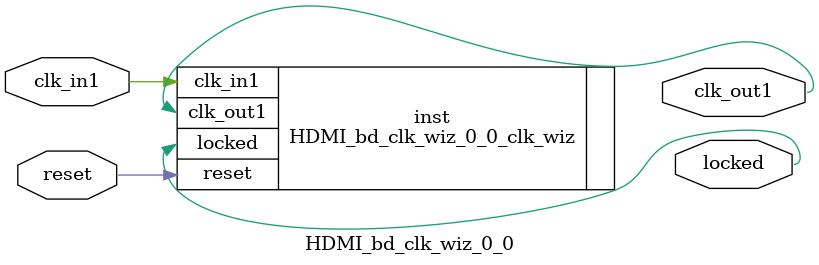
<source format=v>


`timescale 1ps/1ps

(* CORE_GENERATION_INFO = "HDMI_bd_clk_wiz_0_0,clk_wiz_v6_0_10_0_0,{component_name=HDMI_bd_clk_wiz_0_0,use_phase_alignment=true,use_min_o_jitter=false,use_max_i_jitter=false,use_dyn_phase_shift=false,use_inclk_switchover=false,use_dyn_reconfig=false,enable_axi=0,feedback_source=FDBK_AUTO,PRIMITIVE=PLL,num_out_clk=1,clkin1_period=8.000,clkin2_period=10.0,use_power_down=false,use_reset=true,use_locked=true,use_inclk_stopped=false,feedback_type=SINGLE,CLOCK_MGR_TYPE=NA,manual_override=false}" *)

module HDMI_bd_clk_wiz_0_0 
 (
  // Clock out ports
  output        clk_out1,
  // Status and control signals
  input         reset,
  output        locked,
 // Clock in ports
  input         clk_in1
 );

  HDMI_bd_clk_wiz_0_0_clk_wiz inst
  (
  // Clock out ports  
  .clk_out1(clk_out1),
  // Status and control signals               
  .reset(reset), 
  .locked(locked),
 // Clock in ports
  .clk_in1(clk_in1)
  );

endmodule

</source>
